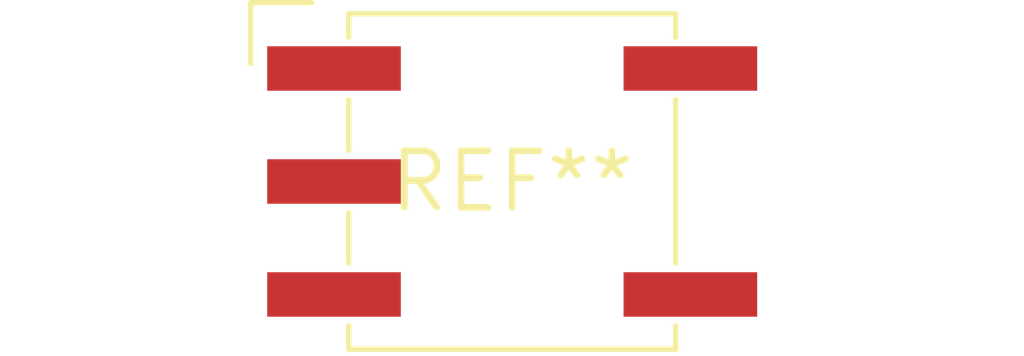
<source format=kicad_pcb>
(kicad_pcb (version 20240108) (generator pcbnew)
  (layers (0 "F.Cu" signal) (31 "B.Cu" signal) (34 "B.Paste" user) (35 "F.Paste" user) (36 "B.SilkS" user "B.Silkscreen") (37 "F.SilkS" user "F.Silkscreen") (38 "B.Mask" user) (39 "F.Mask" user) (44 "Edge.Cuts" user))
  (net 0 "")
  (footprint "Nidec_Copal_SH-7040B" (layer "F.Cu") (at 0 0)
    (property "Reference" "REF**")
    (property "Value" "Nidec_Copal_SH-7040B")
    (fp_line (start -5.87 -4.02) (end -4.5 -4.02) (layer "F.SilkS") (stroke (width 0.12)))
    (fp_line (start -5.87 -2.65) (end -5.87 -4.02) (layer "F.SilkS") (stroke (width 0.12)))
    (fp_line (start -3.67 -3.77) (end 3.67 -3.77) (layer "F.SilkS") (stroke (width 0.12)))
    (fp_line (start -3.67 -3.24) (end -3.67 -3.77) (layer "F.SilkS") (stroke (width 0.12)))
    (fp_line (start -3.67 -1.84) (end -3.67 -0.7) (layer "F.SilkS") (stroke (width 0.12)))
    (fp_line (start -3.67 0.7) (end -3.67 1.84) (layer "F.SilkS") (stroke (width 0.12)))
    (fp_line (start -3.67 3.24) (end -3.67 3.77) (layer "F.SilkS") (stroke (width 0.12)))
    (fp_line (start -3.67 3.77) (end 3.67 3.77) (layer "F.SilkS") (stroke (width 0.12)))
    (fp_line (start 3.67 -3.77) (end 3.67 -3.24) (layer "F.SilkS") (stroke (width 0.12)))
    (fp_line (start 3.67 -1.84) (end 3.67 1.84) (layer "F.SilkS") (stroke (width 0.12)))
    (fp_line (start 3.67 3.77) (end 3.67 3.24) (layer "F.SilkS") (stroke (width 0.12)))
    (pad "1" smd rect (at -4 -2.54) (size 3 1) (layers "F.Cu" "F.Paste" "F.Mask"))
    (pad "2" smd rect (at 4 2.54) (size 3 1) (layers "F.Cu" "F.Paste" "F.Mask"))
    (pad "4" smd rect (at -4 2.54) (size 3 1) (layers "F.Cu" "F.Paste" "F.Mask"))
    (pad "8" smd rect (at 4 -2.54) (size 3 1) (layers "F.Cu" "F.Paste" "F.Mask"))
    (pad "C" smd rect (at -4 0) (size 3 1) (layers "F.Cu" "F.Paste" "F.Mask"))
  )
)
</source>
